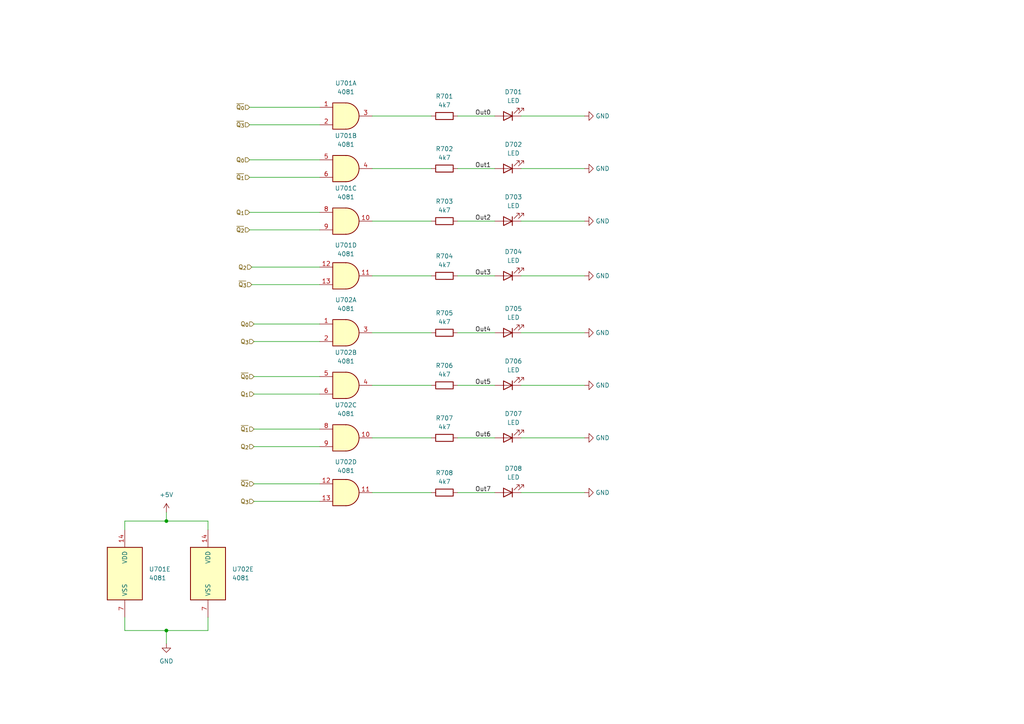
<source format=kicad_sch>
(kicad_sch (version 20211123) (generator eeschema)
  (paper "A4")
  (lib_symbols
    (symbol "4xxx:4081" (pin_names (offset 1.016))
      (property "Reference" "U" (at 0 1.27 0))
      (property "Value" "4081" (at 0 -1.27 0))
      (symbol "4081_1_1"
        (arc (start 0 -3.81) (mid 3.81 0) (end 0 3.81) (stroke (width 0.254)) (fill (type background)))
        (polyline (pts (xy 0 3.81) (xy -3.81 3.81) (xy -3.81 -3.81) (xy 0 -3.81)) (stroke (width 0.254)) (fill (type background)))
        (pin input line (at -7.62 2.54 0) (length 3.81) (name "~") (number "1"))
        (pin input line (at -7.62 -2.54 0) (length 3.81) (name "~") (number "2"))
        (pin output line (at 7.62 0 180) (length 3.81) (name "~") (number "3"))
      )
      (symbol "4081_1_2"
        (arc (start -3.81 -3.81) (mid -2.589 0) (end -3.81 3.81) (stroke (width 0.254)))
        (arc (start -0.6096 -3.81) (mid 2.1842 -2.5851) (end 3.81 0) (stroke (width 0.254)) (fill (type background)))
        (polyline (pts (xy -3.81 -3.81) (xy -0.635 -3.81)) (stroke (width 0.254)) (fill (type background)))
        (polyline (pts (xy -3.81 3.81) (xy -0.635 3.81)) (stroke (width 0.254)) (fill (type background)))
        (polyline (pts (xy -0.635 3.81) (xy -3.81 3.81) (xy -3.81 3.81) (xy -3.556 3.4036) (xy -3.0226 2.2606) (xy -2.6924 1.0414) (xy -2.6162 -0.254) (xy -2.7686 -1.4986) (xy -3.175 -2.7178) (xy -3.81 -3.81) (xy -3.81 -3.81) (xy -0.635 -3.81)) (stroke (width -25.4)) (fill (type background)))
        (arc (start 3.81 0) (mid 2.1915 2.5936) (end -0.6096 3.81) (stroke (width 0.254)) (fill (type background)))
        (pin input inverted (at -7.62 2.54 0) (length 4.318) (name "~") (number "1"))
        (pin input inverted (at -7.62 -2.54 0) (length 4.318) (name "~") (number "2"))
        (pin output inverted (at 7.62 0 180) (length 3.81) (name "~") (number "3"))
      )
      (symbol "4081_2_1"
        (arc (start 0 -3.81) (mid 3.81 0) (end 0 3.81) (stroke (width 0.254)) (fill (type background)))
        (polyline (pts (xy 0 3.81) (xy -3.81 3.81) (xy -3.81 -3.81) (xy 0 -3.81)) (stroke (width 0.254)) (fill (type background)))
        (pin output line (at 7.62 0 180) (length 3.81) (name "~") (number "4"))
        (pin input line (at -7.62 2.54 0) (length 3.81) (name "~") (number "5"))
        (pin input line (at -7.62 -2.54 0) (length 3.81) (name "~") (number "6"))
      )
      (symbol "4081_2_2"
        (arc (start -3.81 -3.81) (mid -2.589 0) (end -3.81 3.81) (stroke (width 0.254)))
        (arc (start -0.6096 -3.81) (mid 2.1842 -2.5851) (end 3.81 0) (stroke (width 0.254)) (fill (type background)))
        (polyline (pts (xy -3.81 -3.81) (xy -0.635 -3.81)) (stroke (width 0.254)) (fill (type background)))
        (polyline (pts (xy -3.81 3.81) (xy -0.635 3.81)) (stroke (width 0.254)) (fill (type background)))
        (polyline (pts (xy -0.635 3.81) (xy -3.81 3.81) (xy -3.81 3.81) (xy -3.556 3.4036) (xy -3.0226 2.2606) (xy -2.6924 1.0414) (xy -2.6162 -0.254) (xy -2.7686 -1.4986) (xy -3.175 -2.7178) (xy -3.81 -3.81) (xy -3.81 -3.81) (xy -0.635 -3.81)) (stroke (width -25.4)) (fill (type background)))
        (arc (start 3.81 0) (mid 2.1915 2.5936) (end -0.6096 3.81) (stroke (width 0.254)) (fill (type background)))
        (pin output inverted (at 7.62 0 180) (length 3.81) (name "~") (number "4"))
        (pin input inverted (at -7.62 2.54 0) (length 4.318) (name "~") (number "5"))
        (pin input inverted (at -7.62 -2.54 0) (length 4.318) (name "~") (number "6"))
      )
      (symbol "4081_3_1"
        (arc (start 0 -3.81) (mid 3.81 0) (end 0 3.81) (stroke (width 0.254)) (fill (type background)))
        (polyline (pts (xy 0 3.81) (xy -3.81 3.81) (xy -3.81 -3.81) (xy 0 -3.81)) (stroke (width 0.254)) (fill (type background)))
        (pin output line (at 7.62 0 180) (length 3.81) (name "~") (number "10"))
        (pin input line (at -7.62 2.54 0) (length 3.81) (name "~") (number "8"))
        (pin input line (at -7.62 -2.54 0) (length 3.81) (name "~") (number "9"))
      )
      (symbol "4081_3_2"
        (arc (start -3.81 -3.81) (mid -2.589 0) (end -3.81 3.81) (stroke (width 0.254)))
        (arc (start -0.6096 -3.81) (mid 2.1842 -2.5851) (end 3.81 0) (stroke (width 0.254)) (fill (type background)))
        (polyline (pts (xy -3.81 -3.81) (xy -0.635 -3.81)) (stroke (width 0.254)) (fill (type background)))
        (polyline (pts (xy -3.81 3.81) (xy -0.635 3.81)) (stroke (width 0.254)) (fill (type background)))
        (polyline (pts (xy -0.635 3.81) (xy -3.81 3.81) (xy -3.81 3.81) (xy -3.556 3.4036) (xy -3.0226 2.2606) (xy -2.6924 1.0414) (xy -2.6162 -0.254) (xy -2.7686 -1.4986) (xy -3.175 -2.7178) (xy -3.81 -3.81) (xy -3.81 -3.81) (xy -0.635 -3.81)) (stroke (width -25.4)) (fill (type background)))
        (arc (start 3.81 0) (mid 2.1915 2.5936) (end -0.6096 3.81) (stroke (width 0.254)) (fill (type background)))
        (pin output inverted (at 7.62 0 180) (length 3.81) (name "~") (number "10"))
        (pin input inverted (at -7.62 2.54 0) (length 4.318) (name "~") (number "8"))
        (pin input inverted (at -7.62 -2.54 0) (length 4.318) (name "~") (number "9"))
      )
      (symbol "4081_4_1"
        (arc (start 0 -3.81) (mid 3.81 0) (end 0 3.81) (stroke (width 0.254)) (fill (type background)))
        (polyline (pts (xy 0 3.81) (xy -3.81 3.81) (xy -3.81 -3.81) (xy 0 -3.81)) (stroke (width 0.254)) (fill (type background)))
        (pin output line (at 7.62 0 180) (length 3.81) (name "~") (number "11"))
        (pin input line (at -7.62 2.54 0) (length 3.81) (name "~") (number "12"))
        (pin input line (at -7.62 -2.54 0) (length 3.81) (name "~") (number "13"))
      )
      (symbol "4081_4_2"
        (arc (start -3.81 -3.81) (mid -2.589 0) (end -3.81 3.81) (stroke (width 0.254)))
        (arc (start -0.6096 -3.81) (mid 2.1842 -2.5851) (end 3.81 0) (stroke (width 0.254)) (fill (type background)))
        (polyline (pts (xy -3.81 -3.81) (xy -0.635 -3.81)) (stroke (width 0.254)) (fill (type background)))
        (polyline (pts (xy -3.81 3.81) (xy -0.635 3.81)) (stroke (width 0.254)) (fill (type background)))
        (polyline (pts (xy -0.635 3.81) (xy -3.81 3.81) (xy -3.81 3.81) (xy -3.556 3.4036) (xy -3.0226 2.2606) (xy -2.6924 1.0414) (xy -2.6162 -0.254) (xy -2.7686 -1.4986) (xy -3.175 -2.7178) (xy -3.81 -3.81) (xy -3.81 -3.81) (xy -0.635 -3.81)) (stroke (width -25.4)) (fill (type background)))
        (arc (start 3.81 0) (mid 2.1915 2.5936) (end -0.6096 3.81) (stroke (width 0.254)) (fill (type background)))
        (pin output inverted (at 7.62 0 180) (length 3.81) (name "~") (number "11"))
        (pin input inverted (at -7.62 2.54 0) (length 4.318) (name "~") (number "12"))
        (pin input inverted (at -7.62 -2.54 0) (length 4.318) (name "~") (number "13"))
      )
      (symbol "4081_5_0"
        (pin power_in line (at 0 12.7 270) (length 5.08) (name "VDD") (number "14"))
        (pin power_in line (at 0 -12.7 90) (length 5.08) (name "VSS") (number "7"))
      )
      (symbol "4081_5_1"
        (rectangle (start -5.08 7.62) (end 5.08 -7.62) (stroke (width 0.254)) (fill (type background)))
      )
    )
    (symbol "Device:LED" (pin_numbers hide) (pin_names (offset 1.016) hide)
      (property "Reference" "D" (at 0 2.54 0))
      (property "Value" "LED" (at 0 -2.54 0))
      (symbol "LED_0_1"
        (polyline (pts (xy -1.27 -1.27) (xy -1.27 1.27)) (stroke (width 0.254)))
        (polyline (pts (xy -1.27 0) (xy 1.27 0)))
        (polyline (pts (xy 1.27 -1.27) (xy 1.27 1.27) (xy -1.27 0) (xy 1.27 -1.27)) (stroke (width 0.254)))
        (polyline (pts (xy -3.048 -0.762) (xy -4.572 -2.286) (xy -3.81 -2.286) (xy -4.572 -2.286) (xy -4.572 -1.524)))
        (polyline (pts (xy -1.778 -0.762) (xy -3.302 -2.286) (xy -2.54 -2.286) (xy -3.302 -2.286) (xy -3.302 -1.524)))
      )
      (symbol "LED_1_1"
        (pin passive line (at -3.81 0 0) (length 2.54) (name "K") (number "1"))
        (pin passive line (at 3.81 0 180) (length 2.54) (name "A") (number "2"))
      )
    )
    (symbol "Device:R" (pin_numbers hide) (pin_names (offset 0))
      (property "Reference" "R" (at 2.032 0 90))
      (property "Value" "R" (at 0 0 90))
      (symbol "R_0_1"
        (rectangle (start -1.016 -2.54) (end 1.016 2.54) (stroke (width 0.254)))
      )
      (symbol "R_1_1"
        (pin passive line (at 0 3.81 270) (length 1.27) (name "~") (number "1"))
        (pin passive line (at 0 -3.81 90) (length 1.27) (name "~") (number "2"))
      )
    )
    (symbol "power:+5V" (power) (pin_names (offset 0))
      (property "Value" "+5V" (at 0 3.556 0))
      (symbol "+5V_0_1"
        (polyline (pts (xy -0.762 1.27) (xy 0 2.54)))
        (polyline (pts (xy 0 0) (xy 0 2.54)))
        (polyline (pts (xy 0 2.54) (xy 0.762 1.27)))
      )
      (symbol "+5V_1_1"
        (pin power_in line (at 0 0 90) (length 0) hide (name "+5V") (number "1"))
      )
    )
    (symbol "power:GND" (power) (pin_names (offset 0))
      (property "Value" "GND" (at 0 -3.81 0))
      (symbol "GND_0_1"
        (polyline (pts (xy 0 0) (xy 0 -1.27) (xy 1.27 -1.27) (xy 0 -2.54) (xy -1.27 -1.27) (xy 0 -1.27)))
      )
      (symbol "GND_1_1"
        (pin power_in line (at 0 0 270) (length 0) hide (name "GND") (number "1"))
      )
    )
  )
  (junction (at 48.26 151.13))
  (junction (at 48.26 182.88))
  (wire (pts (xy 36.195 151.13) (xy 48.26 151.13)))
  (wire (pts (xy 73.025 82.55) (xy 92.71 82.55)))
  (wire (pts (xy 48.26 148.59) (xy 48.26 151.13)))
  (wire (pts (xy 73.66 124.46) (xy 92.71 124.46)))
  (wire (pts (xy 72.39 31.115) (xy 92.71 31.115)))
  (wire (pts (xy 151.13 127) (xy 169.545 127)))
  (wire (pts (xy 132.715 96.52) (xy 143.51 96.52)))
  (wire (pts (xy 132.715 127) (xy 143.51 127)))
  (wire (pts (xy 73.66 114.3) (xy 92.71 114.3)))
  (wire (pts (xy 48.26 182.88) (xy 60.325 182.88)))
  (wire (pts (xy 132.715 64.135) (xy 143.51 64.135)))
  (wire (pts (xy 36.195 179.07) (xy 36.195 182.88)))
  (wire (pts (xy 60.325 182.88) (xy 60.325 179.07)))
  (wire (pts (xy 73.66 99.06) (xy 92.71 99.06)))
  (wire (pts (xy 151.13 64.135) (xy 169.545 64.135)))
  (wire (pts (xy 132.715 111.76) (xy 143.51 111.76)))
  (wire (pts (xy 151.13 111.76) (xy 169.545 111.76)))
  (wire (pts (xy 107.95 127) (xy 125.095 127)))
  (wire (pts (xy 132.715 48.895) (xy 143.51 48.895)))
  (wire (pts (xy 151.13 33.655) (xy 169.545 33.655)))
  (wire (pts (xy 107.95 96.52) (xy 125.095 96.52)))
  (wire (pts (xy 107.95 33.655) (xy 125.095 33.655)))
  (wire (pts (xy 72.39 51.435) (xy 92.71 51.435)))
  (wire (pts (xy 73.66 93.98) (xy 92.71 93.98)))
  (wire (pts (xy 72.39 36.195) (xy 92.71 36.195)))
  (wire (pts (xy 107.95 80.01) (xy 125.095 80.01)))
  (wire (pts (xy 132.715 142.875) (xy 143.51 142.875)))
  (wire (pts (xy 107.95 142.875) (xy 125.095 142.875)))
  (wire (pts (xy 48.26 151.13) (xy 60.325 151.13)))
  (wire (pts (xy 73.66 109.22) (xy 92.71 109.22)))
  (wire (pts (xy 107.95 48.895) (xy 125.095 48.895)))
  (wire (pts (xy 107.95 64.135) (xy 125.095 64.135)))
  (wire (pts (xy 151.13 48.895) (xy 169.545 48.895)))
  (wire (pts (xy 60.325 151.13) (xy 60.325 153.67)))
  (wire (pts (xy 72.39 61.595) (xy 92.71 61.595)))
  (wire (pts (xy 72.39 66.675) (xy 92.71 66.675)))
  (wire (pts (xy 36.195 153.67) (xy 36.195 151.13)))
  (wire (pts (xy 73.025 77.47) (xy 92.71 77.47)))
  (wire (pts (xy 151.13 142.875) (xy 169.545 142.875)))
  (wire (pts (xy 107.95 111.76) (xy 125.095 111.76)))
  (wire (pts (xy 151.13 96.52) (xy 169.545 96.52)))
  (wire (pts (xy 132.715 80.01) (xy 143.51 80.01)))
  (wire (pts (xy 132.715 33.655) (xy 143.51 33.655)))
  (wire (pts (xy 73.66 145.415) (xy 92.71 145.415)))
  (wire (pts (xy 151.13 80.01) (xy 169.545 80.01)))
  (wire (pts (xy 36.195 182.88) (xy 48.26 182.88)))
  (wire (pts (xy 72.39 46.355) (xy 92.71 46.355)))
  (wire (pts (xy 73.66 129.54) (xy 92.71 129.54)))
  (wire (pts (xy 48.26 182.88) (xy 48.26 186.69)))
  (wire (pts (xy 73.66 140.335) (xy 92.71 140.335)))
  (label "Out6" (at 137.795 127 0))
  (label "Out3" (at 137.795 80.01 0))
  (label "Out5" (at 137.795 111.76 0))
  (label "Out4" (at 137.795 96.52 0))
  (label "Out7" (at 137.795 142.875 0))
  (label "Out0" (at 137.795 33.655 0))
  (label "Out2" (at 137.795 64.135 0))
  (label "Out1" (at 137.795 48.895 0))
  (hierarchical_label "Q_{0}" (shape input) (at 73.66 93.98 180))
  (hierarchical_label "Q_{3}" (shape input) (at 73.66 99.06 180))
  (hierarchical_label "~{Q_{2}}" (shape input) (at 72.39 66.675 180))
  (hierarchical_label "Q_{0}" (shape input) (at 72.39 46.355 180))
  (hierarchical_label "~{Q_{0}}" (shape input) (at 72.39 31.115 180))
  (hierarchical_label "~{Q_{1}}" (shape input) (at 72.39 51.435 180))
  (hierarchical_label "~{Q_{0}}" (shape input) (at 73.66 109.22 180))
  (hierarchical_label "~{Q_{1}}" (shape input) (at 73.66 124.46 180))
  (hierarchical_label "Q_{1}" (shape input) (at 72.39 61.595 180))
  (hierarchical_label "~{Q_{3}}" (shape input) (at 73.025 82.55 180))
  (hierarchical_label "~{Q_{3}}" (shape input) (at 72.39 36.195 180))
  (hierarchical_label "Q_{1}" (shape input) (at 73.66 114.3 180))
  (hierarchical_label "Q_{3}" (shape input) (at 73.66 145.415 180))
  (hierarchical_label "Q_{2}" (shape input) (at 73.66 129.54 180))
  (hierarchical_label "Q_{2}" (shape input) (at 73.025 77.47 180))
  (hierarchical_label "~{Q_{2}}" (shape input) (at 73.66 140.335 180))
  (symbol (lib_id "Device:R") (at 128.905 111.76 90) (unit 1)
    (property "Reference" "R706" (at 128.905 106.045 90))
    (property "Value" "4k7" (at 128.905 108.585 90))
    (property "Footprint" "Resistor_THT:R_Axial_DIN0207_L6.3mm_D2.5mm_P7.62mm_Horizontal" (effects hide))
  )
  (symbol (lib_id "Device:R") (at 128.905 64.135 90) (unit 1)
    (property "Reference" "R703" (at 128.905 58.42 90))
    (property "Value" "4k7" (at 128.905 60.96 90))
    (property "Footprint" "Resistor_THT:R_Axial_DIN0207_L6.3mm_D2.5mm_P7.62mm_Horizontal" (effects hide))
  )
  (symbol (lib_id "power:GND") (at 169.545 48.895 90) (unit 1)
    (property "Reference" "#PWR0702" (effects hide))
    (property "Value" "GND" (at 172.72 48.8949 90) (effects (justify right)))
  )
  (symbol (lib_id "Device:R") (at 128.905 48.895 90) (unit 1)
    (property "Reference" "R702" (at 128.905 43.18 90))
    (property "Value" "4k7" (at 128.905 45.72 90))
    (property "Footprint" "Resistor_THT:R_Axial_DIN0207_L6.3mm_D2.5mm_P7.62mm_Horizontal" (effects hide))
  )
  (symbol (lib_id "Device:LED") (at 147.32 48.895 180) (unit 1)
    (property "Reference" "D702" (at 148.9075 41.91 0))
    (property "Value" "LED" (at 148.9075 44.45 0))
    (property "Footprint" "LED_THT:LED_D5.0mm" (effects hide))
  )
  (symbol (lib_id "Device:LED") (at 147.32 80.01 180) (unit 1)
    (property "Reference" "D704" (at 148.9075 73.025 0))
    (property "Value" "LED" (at 148.9075 75.565 0))
    (property "Footprint" "LED_THT:LED_D5.0mm" (effects hide))
  )
  (symbol (lib_id "power:+5V") (at 48.26 148.59 0) (unit 1)
    (property "Reference" "#PWR0135" (effects hide))
    (property "Value" "+5V" (at 48.26 143.51 0))
  )
  (symbol (lib_id "4xxx:4081") (at 100.33 48.895 0) (unit 2)
    (property "Reference" "U701" (at 100.33 39.37 0))
    (property "Value" "4081" (at 100.33 41.91 0))
    (property "Datasheet" "http://www.intersil.com/content/dam/Intersil/documents/cd40/cd4073bms-81bms-82bms.pdf" (effects hide))
  )
  (symbol (lib_id "power:GND") (at 169.545 96.52 90) (unit 1)
    (property "Reference" "#PWR0130" (effects hide))
    (property "Value" "GND" (at 172.72 96.5199 90) (effects (justify right)))
  )
  (symbol (lib_id "power:GND") (at 169.545 111.76 90) (unit 1)
    (property "Reference" "#PWR0131" (effects hide))
    (property "Value" "GND" (at 172.72 111.7599 90) (effects (justify right)))
  )
  (symbol (lib_id "power:GND") (at 48.26 186.69 0) (unit 1)
    (property "Reference" "#PWR0134" (effects hide))
    (property "Value" "GND" (at 48.26 191.77 0))
  )
  (symbol (lib_id "Device:LED") (at 147.32 96.52 180) (unit 1)
    (property "Reference" "D705" (at 148.9075 89.535 0))
    (property "Value" "LED" (at 148.9075 92.075 0))
    (property "Footprint" "LED_THT:LED_D5.0mm" (effects hide))
  )
  (symbol (lib_id "power:GND") (at 169.545 142.875 90) (unit 1)
    (property "Reference" "#PWR0133" (effects hide))
    (property "Value" "GND" (at 172.72 142.8749 90) (effects (justify right)))
  )
  (symbol (lib_id "4xxx:4081") (at 100.33 33.655 0) (unit 1)
    (property "Reference" "U701" (at 100.33 24.13 0))
    (property "Value" "4081" (at 100.33 26.67 0))
    (property "Footprint" "Package_DIP:DIP-14_W7.62mm_Socket" (effects hide))
    (property "Datasheet" "http://www.intersil.com/content/dam/Intersil/documents/cd40/cd4073bms-81bms-82bms.pdf" (effects hide))
  )
  (symbol (lib_id "Device:R") (at 128.905 142.875 90) (unit 1)
    (property "Reference" "R708" (at 128.905 137.16 90))
    (property "Value" "4k7" (at 128.905 139.7 90))
    (property "Footprint" "Resistor_THT:R_Axial_DIN0207_L6.3mm_D2.5mm_P7.62mm_Horizontal" (effects hide))
  )
  (symbol (lib_id "Device:R") (at 128.905 127 90) (unit 1)
    (property "Reference" "R707" (at 128.905 121.285 90))
    (property "Value" "4k7" (at 128.905 123.825 90))
    (property "Footprint" "Resistor_THT:R_Axial_DIN0207_L6.3mm_D2.5mm_P7.62mm_Horizontal" (effects hide))
  )
  (symbol (lib_id "4xxx:4081") (at 36.195 166.37 0) (unit 5)
    (property "Reference" "U701" (at 43.18 165.0999 0) (effects (justify left)))
    (property "Value" "4081" (at 43.18 167.6399 0) (effects (justify left)))
    (property "Datasheet" "http://www.intersil.com/content/dam/Intersil/documents/cd40/cd4073bms-81bms-82bms.pdf" (effects hide))
  )
  (symbol (lib_id "Device:R") (at 128.905 80.01 90) (unit 1)
    (property "Reference" "R704" (at 128.905 74.295 90))
    (property "Value" "4k7" (at 128.905 76.835 90))
    (property "Footprint" "Resistor_THT:R_Axial_DIN0207_L6.3mm_D2.5mm_P7.62mm_Horizontal" (effects hide))
  )
  (symbol (lib_id "4xxx:4081") (at 100.33 64.135 0) (unit 3)
    (property "Reference" "U701" (at 100.33 54.61 0))
    (property "Value" "4081" (at 100.33 57.15 0))
    (property "Datasheet" "http://www.intersil.com/content/dam/Intersil/documents/cd40/cd4073bms-81bms-82bms.pdf" (effects hide))
  )
  (symbol (lib_id "4xxx:4081") (at 100.33 80.01 0) (unit 4)
    (property "Reference" "U701" (at 100.33 71.12 0))
    (property "Value" "4081" (at 100.33 73.66 0))
    (property "Datasheet" "http://www.intersil.com/content/dam/Intersil/documents/cd40/cd4073bms-81bms-82bms.pdf" (effects hide))
  )
  (symbol (lib_id "4xxx:4081") (at 100.33 142.875 0) (unit 4)
    (property "Reference" "U702" (at 100.33 133.985 0))
    (property "Value" "4081" (at 100.33 136.525 0))
    (property "Datasheet" "http://www.intersil.com/content/dam/Intersil/documents/cd40/cd4073bms-81bms-82bms.pdf" (effects hide))
  )
  (symbol (lib_id "Device:LED") (at 147.32 127 180) (unit 1)
    (property "Reference" "D707" (at 148.9075 120.015 0))
    (property "Value" "LED" (at 148.9075 122.555 0))
    (property "Footprint" "LED_THT:LED_D5.0mm" (effects hide))
  )
  (symbol (lib_id "Device:LED") (at 147.32 64.135 180) (unit 1)
    (property "Reference" "D703" (at 148.9075 57.15 0))
    (property "Value" "LED" (at 148.9075 59.69 0))
    (property "Footprint" "LED_THT:LED_D5.0mm" (effects hide))
  )
  (symbol (lib_id "power:GND") (at 169.545 127 90) (unit 1)
    (property "Reference" "#PWR0132" (effects hide))
    (property "Value" "GND" (at 172.72 126.9999 90) (effects (justify right)))
  )
  (symbol (lib_id "4xxx:4081") (at 100.33 111.76 0) (unit 2)
    (property "Reference" "U702" (at 100.33 102.235 0))
    (property "Value" "4081" (at 100.33 104.775 0))
    (property "Datasheet" "http://www.intersil.com/content/dam/Intersil/documents/cd40/cd4073bms-81bms-82bms.pdf" (effects hide))
  )
  (symbol (lib_id "4xxx:4081") (at 100.33 127 0) (unit 3)
    (property "Reference" "U702" (at 100.33 117.475 0))
    (property "Value" "4081" (at 100.33 120.015 0))
    (property "Datasheet" "http://www.intersil.com/content/dam/Intersil/documents/cd40/cd4073bms-81bms-82bms.pdf" (effects hide))
  )
  (symbol (lib_id "Device:R") (at 128.905 33.655 90) (unit 1)
    (property "Reference" "R701" (at 128.905 27.94 90))
    (property "Value" "4k7" (at 128.905 30.48 90))
    (property "Footprint" "Resistor_THT:R_Axial_DIN0207_L6.3mm_D2.5mm_P7.62mm_Horizontal" (effects hide))
  )
  (symbol (lib_id "4xxx:4081") (at 100.33 96.52 0) (unit 1)
    (property "Reference" "U702" (at 100.33 86.995 0))
    (property "Value" "4081" (at 100.33 89.535 0))
    (property "Footprint" "Package_DIP:DIP-14_W7.62mm_Socket" (effects hide))
    (property "Datasheet" "http://www.intersil.com/content/dam/Intersil/documents/cd40/cd4073bms-81bms-82bms.pdf" (effects hide))
  )
  (symbol (lib_id "4xxx:4081") (at 60.325 166.37 0) (unit 5)
    (property "Reference" "U702" (at 67.31 165.0999 0) (effects (justify left)))
    (property "Value" "4081" (at 67.31 167.6399 0) (effects (justify left)))
    (property "Datasheet" "http://www.intersil.com/content/dam/Intersil/documents/cd40/cd4073bms-81bms-82bms.pdf" (effects hide))
  )
  (symbol (lib_id "Device:LED") (at 147.32 142.875 180) (unit 1)
    (property "Reference" "D708" (at 148.9075 135.89 0))
    (property "Value" "LED" (at 148.9075 138.43 0))
    (property "Footprint" "LED_THT:LED_D5.0mm" (effects hide))
  )
  (symbol (lib_id "Device:LED") (at 147.32 33.655 180) (unit 1)
    (property "Reference" "D701" (at 148.9075 26.67 0))
    (property "Value" "LED" (at 148.9075 29.21 0))
    (property "Footprint" "LED_THT:LED_D5.0mm" (effects hide))
  )
  (symbol (lib_id "power:GND") (at 169.545 33.655 90) (unit 1)
    (property "Reference" "#PWR0701" (effects hide))
    (property "Value" "GND" (at 172.72 33.6549 90) (effects (justify right)))
  )
  (symbol (lib_id "power:GND") (at 169.545 80.01 90) (unit 1)
    (property "Reference" "#PWR0704" (effects hide))
    (property "Value" "GND" (at 172.72 80.0099 90) (effects (justify right)))
  )
  (symbol (lib_id "power:GND") (at 169.545 64.135 90) (unit 1)
    (property "Reference" "#PWR0703" (effects hide))
    (property "Value" "GND" (at 172.72 64.1349 90) (effects (justify right)))
  )
  (symbol (lib_id "Device:R") (at 128.905 96.52 90) (unit 1)
    (property "Reference" "R705" (at 128.905 90.805 90))
    (property "Value" "4k7" (at 128.905 93.345 90))
    (property "Footprint" "Resistor_THT:R_Axial_DIN0207_L6.3mm_D2.5mm_P7.62mm_Horizontal" (effects hide))
  )
  (symbol (lib_id "Device:LED") (at 147.32 111.76 180) (unit 1)
    (property "Reference" "D706" (at 148.9075 104.775 0))
    (property "Value" "LED" (at 148.9075 107.315 0))
    (property "Footprint" "LED_THT:LED_D5.0mm" (effects hide))
  )
)
</source>
